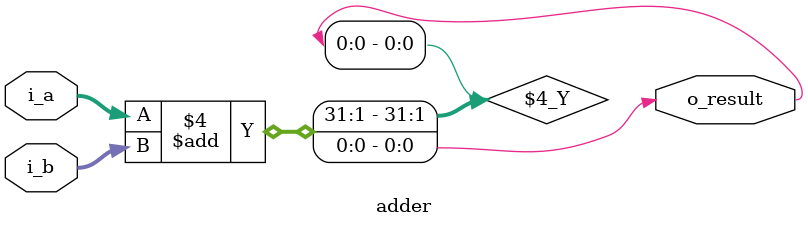
<source format=v>

module CHIP(clk,
            rst_n,
            // for mem_D
            mem_wen_D,
            mem_addr_D,
            mem_wdata_D,
            mem_rdata_D,
            // for mem_I
            mem_addr_I,
            mem_rdata_I
    );
    parameter width = 32;
    input         clk, rst_n ;
    // for mem_D
    output        mem_wen_D  ;  // mem_wen_D is high, CHIP writes data to D-mem; else, CHIP reads data from D-mem
    output [31:0] mem_addr_D ;  // the specific address to fetch/store data 
    output [31:0] mem_wdata_D;  // data writing to D-mem 
    input  [31:0] mem_rdata_D;  // data reading from D-mem
    // for mem_I
    output [31:0] mem_addr_I ;  // the fetching address of next instruction
    input  [31:0] mem_rdata_I;  // instruction reading from I-mem
    
    // wire  [width-1:0] PC,PC_NXT,,PC_IMM,PC_PLUS_I,PC_ZERO,PC_ONE;
    reg  [width-1:0] PC_r,PC_w ;
    
    wire [width-1:0] reg_rdata_1 , reg_rdata_2, alusrc_data , o_immgen ,alu_result ,write_data_reg,final_read;
    wire [width-1:0] i_r_instruction  ,o_addr_mem,i_data_mem ,PC_PLUS4;
    wire [6:0] i_opcode,i_func7;
    wire [4:0] i_rs1,i_rs2,i_rd_or_imm;
    wire [3:0] o_aluctrol;
    wire [2:0] i_func3;
    wire [1:0] aluop;

    wire zero , jalr,jal, jal_or_jalr, branch ,memread,memtoreg ,memwrite,alusrc,regwrite;
    //======================io platform=====================
    assign mem_addr_I    = PC_r;
    assign mem_addr_D    = alu_result; // no need to 
    assign mem_wdata_D   = o_addr_mem;
    assign mem_wen_D     = memwrite ;
    //===================io platform=======================

    //=====================inner wires=========================
    assign i_opcode      = i_r_instruction[6:0];
    assign i_rd_or_imm   = i_r_instruction[11:7];
    assign i_func3       = i_r_instruction[14:12];
    assign i_rs1         = i_r_instruction[19:15];
    assign i_rs2         = i_r_instruction[24:20];
    assign i_func7       = i_r_instruction[31:25];
    assign PCINS_CTRL    = jal | (branch & zero);
    assign PC_PLUS4      = PC_r+32'd4;
  
    //=====================inner wires====================
   
    //==========modules=============
    //PC_control #(.BITS(32)) PCFF01(.i_PC(PC_NXT),.CLK(clk),.rst_n(rst_n),.o_PC(PC));
    REG_FILE #(.BITS(5),.WIDTH(32)) registerfile_01(.read_reg_1(i_rs1),.read_reg_2(i_rs2),.write_reg(i_rd_or_imm),
                                                    .regWrite(regwrite),.clk(clk),.rst_n(rst_n),.write_data(write_data_reg),
                                                    .read_data_1(reg_rdata_1),.read_data_2(reg_rdata_2));
                                                    
    ALU #(.BITS(32)) chipalu01(.i_a(reg_rdata_1),.i_b(alusrc_data),.i_ctrl(o_aluctrol),.o_zero(zero),.o_result(alu_result));

    ENDIAN_CONV endconv01(.i_endians(mem_rdata_I),.o_endians(i_r_instruction)); //i_mem to chip
    ENDIAN_CONV endconv02(.i_endians(reg_rdata_2),.o_endians(o_addr_mem));  //chip to d_mem
    ENDIAN_CONV endconv03(.i_endians(mem_rdata_D),.o_endians(i_data_mem));  //d_mem to chip
    
     
    // adder #(.BITS(32)) adder02(.i_a(PC),.i_b(o_immgen) ,.o_result(PC_IMM));
    // adder #(.BITS(32)) adder03(.i_a(reg_rdata_1),.i_b(o_immgen) ,.o_result(PC_ONE));
    
   
    MUX2to1 #(.BITS(32)) MUX_01(.i_a(PC_PLUS4),.i_b(final_read),.muxctrol(jal_or_jalr),.o_result(write_data_reg));
    MUX2to1 #(.BITS(32)) MUX_02(.i_a(o_immgen),.i_b(reg_rdata_2),.muxctrol(alusrc),.o_result(alusrc_data)); //alusrc 
    MUX2to1 #(.BITS(32)) MUX_03(.i_a(i_data_mem),.i_b(alu_result),.muxctrol(memtoreg),.o_result(final_read));  //memtoreg
    //pc muxs
    // MUX2to1 #(.BITS(32)) MUX_04(.i_a(PC_IMM),.i_b(PC_PLUS4),.muxctrol(PCINS_CTRL),.o_result(PC_ZERO));
    // MUX2to1 #(.BITS(32)) MUX_05(.i_a(PC_ONE),.i_b(PC_ZERO),.muxctrol(jalr),.o_result(PC_NXT));
     //pc muxs

    immGEN #(.WIDTH(32)) immedgene01(.i_instruction(i_r_instruction),.gen_instruction(o_immgen));

    ALU_CTRL alu_control(.OP(aluop),.funct3(i_func3),.funct7(i_func7[5]),.alu_control(o_aluctrol));

    INS_CONTROL insCtrol01(.opcode(i_opcode),.jalr(jalr),.jal(jal),.jal_or_jalr(jal_or_jalr),.branch(branch),
                           .memread(memread),.memtoreg(memtoreg),.aluop(aluop),
                           .memwrite(memwrite),.alusrc(alusrc),.regwrite(regwrite));
    //==========modules=============
    always @(*) begin 
         PC_w       = (jalr) ? reg_rdata_1 + o_immgen : (PCINS_CTRL) ? PC_r + o_immgen : PC_r + 4 ;
    end
    always @(posedge clk) begin 
          if(!rst_n) begin  
            PC_r <= 32'd0; 
             
          end
          else  begin       
            PC_r <= PC_w;
             
          end
    end
    
 
endmodule

module INS_CONTROL(
        input [6:0]opcode,
        output jalr,
        output jal,
        output jal_or_jalr,
        output branch,
        output memread,
        output memtoreg,
        output memwrite,
        output alusrc,
        output regwrite,
        output [1:0] aluop
 );
 reg [10:0] control;
 assign {jalr,jal,jal_or_jalr,branch,memread,memtoreg,memwrite,alusrc,regwrite,aluop[1:0]} = control;
 parameter JAL        = 7'b1101111;   // jal  ==> on= jal
 parameter JALR       = 7'b1100111;   // jalr  ==> on= jalr
 parameter BRANCH     = 7'b1100011;   // brancch ==> on= branch  alusrc,  memtoreg
 parameter LOAD       = 7'b0000011;   // load  ==> on=   regwrite, memtoreg ,aluop
 parameter STORE      = 7'b0100011;   // store  ==> on=  memtoreg , memwrite 
 parameter ARITH      = 7'b0110011;   // acaulation  ==> on= alusrc
 // {jalr,jal,jal_or_jalr,branch,    memread,memtoreg,memwrite,alusrc,    regwrite,aluop[1:0]} 
 always@(*)
 begin
  case (opcode) // xx=dond care  0 or 1 either 0 recommand
    JAL:     control = 11'b01100101100;  //j type : jal    --->
    JALR:    control = 11'b10100101100;  // i type :jalr   --->
    BRANCH:  control = 11'b00010000000;   //b type :beq    ---> NOmemread NOmemwrite  NOalusrc noregwrite just branch
    LOAD:    control = 11'b00001101100; // i type :lw      ---> regwrite memtoreg ,memread, alusrc aluop ok
    STORE:   control = 11'b00000011000; // s type  :sw     --->    aluop noregwrite DCmemtoreg memwrite  alusrc
    ARITH:   control = 11'b00000000110; // R type :add, sub, and, or ,slt ---> regwrite +aluop   ok
    default: control = 11'b00000000000; 
  endcase
 end
endmodule

module REG_FILE #( parameter BITS=5,parameter WIDTH =32)( //ok
    input  [BITS-1:0] read_reg_1,
    input  [BITS-1:0] read_reg_2,
    input  [BITS-1:0] write_reg,
    input  regWrite,
    input  clk,
    input  rst_n,
    input  [WIDTH-1:0] write_data,
    output [WIDTH-1:0] read_data_1,
    output [WIDTH-1:0] read_data_2
    
 );
  integer  idx;
  reg [WIDTH-1:0] reg_r [0:WIDTH-1];
  reg [WIDTH-1:0] reg_w [0:WIDTH-1];
  // assign  read_data_1  = (read_reg_1 == 5'd0 ) ? 32'd0: reg_r[read_reg_1];
  // assign  read_data_2  = (read_reg_2 ==  5'd0) ? 32'd0: reg_r[read_reg_2];
  assign  read_data_1  =   reg_r[read_reg_1];
  assign  read_data_2  =   reg_r[read_reg_2];
  always @(*) begin
    for(idx=0; idx<WIDTH; idx=idx+1) begin 
         reg_w[idx]  = reg_r[idx]; 
      end
  end
 always @(posedge clk   ) begin
  if(!rst_n) begin
    for(idx=0; idx<WIDTH; idx=idx+1) begin 
         reg_r[idx] <= 32'd0; 
    end
  end
  else begin 
      if(regWrite == 1'b1 & write_reg != 5'd0) begin
        reg_r[ write_reg ] <= write_data;
      end
      else begin 
          for(idx=0; idx<WIDTH; idx=idx+1) begin 
              reg_r[idx] <= reg_w[idx]; 
           end
      end
  end
 end
endmodule

module ALU #( parameter BITS =32
 )(
    input [BITS-1:0] i_a,
    input [BITS-1:0] i_b,
    input [3:0] i_ctrl,
    output  o_zero,  
    output  [BITS-1:0] o_result
    
 );
   parameter AND      = 4'b0000;
   parameter OR       = 4'b0001;
   parameter ADD      = 4'b0010; // load or store /+jal jalr
   parameter SUBTRACT = 4'b0110;  //branch
   parameter SLT      = 4'b1000;
    
  reg [31:0 ] in_result ;
  reg in_zero;

   
   assign   o_result = in_result ;
   assign   o_zero   = in_zero  ;

    always @(*) begin
      case(i_ctrl)
        AND:begin
            in_zero     = 1'b0;
            in_result   = i_a & i_b;
        end
        OR: begin
            in_zero     = 1'b0;
            in_result   = i_a | i_b;
        end
        ADD :begin 
             in_zero     = 1'b0;
             in_result = i_a + i_b;
        end
        SUBTRACT: begin 
            in_zero     =  (i_a == i_b) ? 1'b1 : 1'b0;
            in_result   =  i_a - i_b;
        end
        SLT : begin 
            in_zero     = 1'b0 ;
            in_result   = (i_a < i_b) ? 32'd1 : 32'd0;
        end
        default: begin 
            in_zero     = 1'b0;
            in_result   = 32'd0;
        end
      endcase
    
    end
endmodule

module immGEN #(parameter WIDTH =32)(   // ok
    input [WIDTH-1:0] i_instruction,
    output [WIDTH-1:0] gen_instruction
 );
 reg [WIDTH-1:0] gened;
 assign gen_instruction = gened;
 always @(*) begin
    case(i_instruction[6:0]) 
    7'b1100011:  begin // b type
         gened  = {{{WIDTH-12}{i_instruction[31]}},i_instruction[7],i_instruction[30:25],i_instruction[11:8],1'b0};
    end
    7'b1101111: begin  //j type  ok
         gened  = {{{WIDTH-20}{i_instruction[31]}},i_instruction[19:12], i_instruction[20] ,i_instruction[30:25],i_instruction[24:21],1'b0};
    end
    7'b0000011: begin  //i type LW  ok
        gened  ={{{WIDTH-11}{i_instruction[31]}},i_instruction[30:25],i_instruction[24:21],i_instruction[20]};
    end
    7'b0100011: begin  //s type BEQ SW  ok
        gened  ={{{WIDTH-11}{i_instruction[31]}},i_instruction[30:25],i_instruction[11:8],i_instruction[7]};
    end
  
    default: begin
         gened  = {WIDTH{1'b0}};
    end
  endcase
  /*
  R type :add, sub, and, or ,slt 
  i type :lw ,jalr
  s type  :sw 
  b type :beq
  j type :  jal

 
  */
 end
endmodule

module ALU_CTRL( // ptbloe
   input [1:0] OP, //4==>1 3==>0
   input [2:0] funct3,
   input   funct7,
   output [3:0]alu_control
 ); //when meeting jal jalr use + 0011
  assign  alu_control[0] = OP[1] & funct3[2] & funct7 & (!funct3[0]);
  assign  alu_control[1] = !(OP[1] & (!OP[0]) & funct3[1]);
  assign  alu_control[2] = ((!OP[1])  & (!funct3[1])) | (funct7 & OP[1]);
  assign  alu_control[3] = OP[1] & (!funct3[2]) & funct3[1];
  // assign  alu_control[0] = OP[1] & funct3[2] & funct7[1] & (!funct3[0]);
  // assign  alu_control[1] = !OP[4] & (!OP[3]) & funct3[1];
  // assign  alu_control[2] = ((!OP[4])  & (!funct3[1])) | (funct7[5] & OP[4]);
  // assign  alu_control[3] = OP[4] & (!funct3[2]) & funct3[1];
endmodule

module  ENDIAN_CONV(
    input [31:0] i_endians,
    output [31:0] o_endians
 );
 assign  o_endians ={{i_endians[7:0]} ,{i_endians[15:8]} ,{i_endians[23:16]} ,{i_endians[31:24]}};
endmodule

module MUX2to1#(parameter BITS=32) ( 
 input [BITS-1:0] i_a ,
 input [BITS-1:0] i_b ,
 input muxctrol,
 output [BITS-1:0] o_result
 );
 assign o_result =(muxctrol) ? i_a : i_b ;
endmodule
 

module adder #(parameter BITS=32) (
 input [BITS-1:0] i_a ,
 input [BITS-1:0] i_b,
 output o_result
 );
 assign o_result = i_a + i_b;
endmodule

</source>
